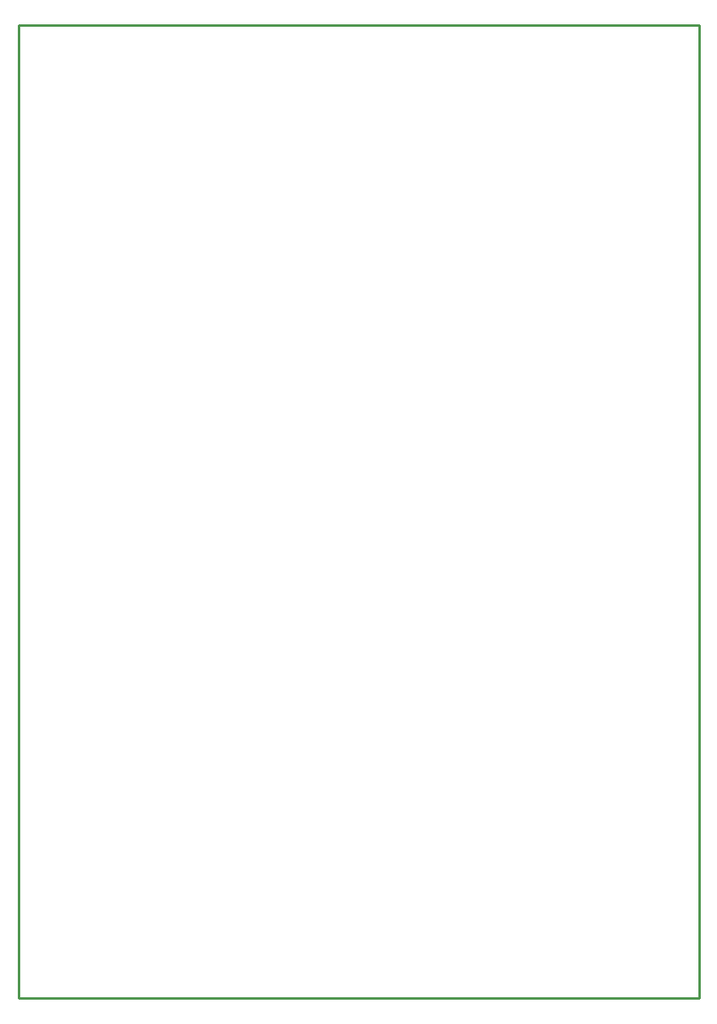
<source format=gbr>
G04 start of page 4 for group 2 idx 2 *
G04 Title: (unknown), outline *
G04 Creator: pcb 4.0.2 *
G04 CreationDate: Sat May 14 18:30:59 2022 UTC *
G04 For: railfan *
G04 Format: Gerber/RS-274X *
G04 PCB-Dimensions (mil): 3000.00 4200.00 *
G04 PCB-Coordinate-Origin: lower left *
%MOIN*%
%FSLAX25Y25*%
%LNOUTLINE*%
%ADD46C,0.0100*%
G54D46*X10000Y410000D02*Y10000D01*
X290000Y410000D02*Y10000D01*
X10000Y410000D02*X290000D01*
X10000Y10000D02*X290000D01*
M02*

</source>
